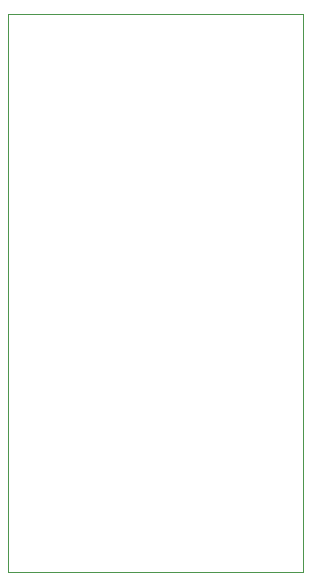
<source format=gbr>
G04 #@! TF.GenerationSoftware,KiCad,Pcbnew,(5.1.9-0-10_14)*
G04 #@! TF.CreationDate,2021-04-20T22:11:40+01:00*
G04 #@! TF.ProjectId,TinyTX4-sma,54696e79-5458-4342-9d73-6d612e6b6963,rev?*
G04 #@! TF.SameCoordinates,Original*
G04 #@! TF.FileFunction,Profile,NP*
%FSLAX46Y46*%
G04 Gerber Fmt 4.6, Leading zero omitted, Abs format (unit mm)*
G04 Created by KiCad (PCBNEW (5.1.9-0-10_14)) date 2021-04-20 22:11:40*
%MOMM*%
%LPD*%
G01*
G04 APERTURE LIST*
G04 #@! TA.AperFunction,Profile*
%ADD10C,0.050000*%
G04 #@! TD*
G04 APERTURE END LIST*
D10*
X13881000Y-13759000D02*
X13881000Y-61000000D01*
X13881000Y-13759000D02*
X38881000Y-13759000D01*
X38881000Y-13759000D02*
X38881000Y-61000000D01*
X13881000Y-61000000D02*
X38881000Y-61000000D01*
M02*

</source>
